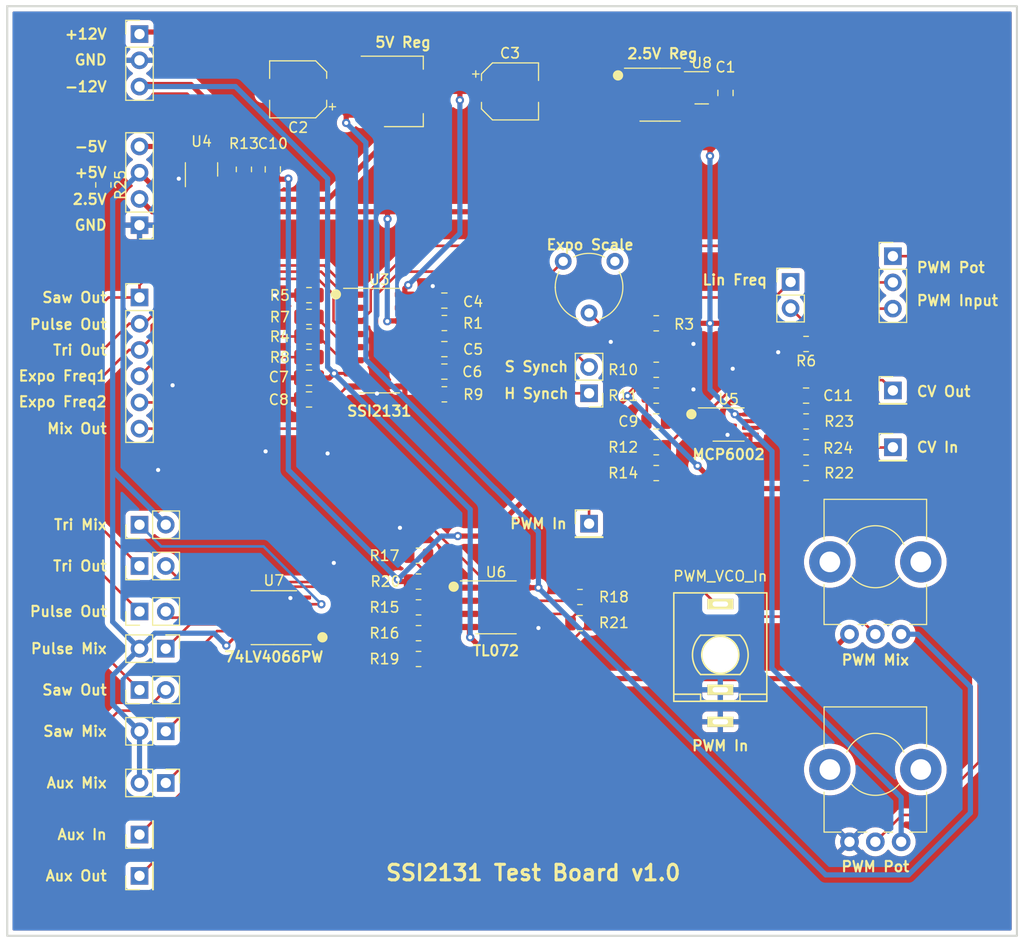
<source format=kicad_pcb>
(kicad_pcb (version 20221018) (generator pcbnew)
  (layers (0 "F.Cu" signal) (31 "B.Cu" signal) (34 "B.Paste" user) (35 "F.Paste" user) (36 "B.SilkS" user "B.Silkscreen") (37 "F.SilkS" user "F.Silkscreen") (38 "B.Mask" user) (39 "F.Mask" user) (44 "Edge.Cuts" user))
  (net 0 "")
  (net 1 "GND")
  (net 2 "+2V5")
  (net 3 "+12V")
  (net 4 "+5V")
  (net 5 "Net-(C4-Pad1)")
  (net 6 "Net-(C5-Pad1)")
  (net 7 "/SOFT_SYNCH")
  (net 8 "Net-(C6-Pad1)")
  (net 9 "/HARD_SYNCH")
  (net 10 "-12V")
  (net 11 "Net-(C8-Pad2)")
  (net 12 "Net-(C9-Pad1)")
  (net 13 "/SAW_OUT")
  (net 14 "/PULSE_OUT")
  (net 15 "/TRI_OUT")
  (net 16 "Net-(JP1-Pad2)")
  (net 17 "Net-(R1-Pad1)")
  (net 18 "Net-(R2-Pad1)")
  (net 19 "Net-(R2-Pad2)")
  (net 20 "/EXPO_FREQ1")
  (net 21 "Net-(R4-Pad2)")
  (net 22 "Net-(R5-Pad2)")
  (net 23 "/EXPO_FREQ2")
  (net 24 "-5V")
  (net 25 "Net-(J2-Pad3)")
  (net 26 "Net-(R14-Pad2)")
  (net 27 "/PWM_Ctrl")
  (net 28 "Net-(J5-Pad1)")
  (net 29 "Net-(J6-Pad1)")
  (net 30 "Net-(JP3-Pad1)")
  (net 31 "Net-(JP4-Pad2)")
  (net 32 "Net-(JP5-Pad1)")
  (net 33 "Net-(JP7-Pad1)")
  (net 34 "Net-(JP8-Pad2)")
  (net 35 "Net-(JP9-Pad1)")
  (net 36 "Net-(R15-Pad1)")
  (net 37 "/TRI_MIX")
  (net 38 "/PULSE_MIX")
  (net 39 "/MIX_1")
  (net 40 "Net-(R18-Pad2)")
  (net 41 "/SAW_MIX")
  (net 42 "Net-(C11-Pad2)")
  (net 43 "Net-(J10-Pad1)")
  (net 44 "/PWM_scaled_input")
  (net 45 "/PWM_pot")
  (net 46 "/LIN_FREQ")
  (net 47 "Net-(JP6-Pad2)")
  (net 48 "/MIX_OUT")
  (net 49 "Net-(C11-Pad1)")
  (footprint "Resistor_SMD:R_0805_2012Metric" (layer "F.Cu") (at 89.8 113.2 180)
    (fp_text reference "R19")
    (fp_text value "30k")
  )
  (footprint "Resistor_SMD:R_0805_2012Metric" (layer "F.Cu") (at 112.8 87.7 180)
    (fp_text reference "R11")
    (fp_text value "13k")
  )
  (footprint "Connector_PinHeader_2.54mm:PinHeader_1x02_P2.54mm_Vertical" (layer "F.Cu") (at 106.3 87.475 180)
    (fp_text reference "J3" hide)
    (fp_text value "Synch")
  )
  (footprint "Resistor_SMD:R_0805_2012Metric" (layer "F.Cu") (at 89.8 108.2 180)
    (fp_text reference "R15")
    (fp_text value "30k")
  )
  (footprint "Connector_PinHeader_2.54mm:PinHeader_1x06_P2.54mm_Vertical" (layer "F.Cu") (at 62.8 78.2)
    (fp_text reference "J1" hide)
    (fp_text value "IO")
  )
  (footprint "Connector_PinHeader_2.54mm:PinHeader_1x03_P2.54mm_Vertical" (layer "F.Cu") (at 135.7 74.2)
    (fp_text reference "JP2" hide)
    (fp_text value "PWM_Jumper")
  )
  (footprint "Package_TO_SOT_SMD:SOT-23" (layer "F.Cu") (at 117.2 57.9)
    (fp_text reference "U8")
    (fp_text value "LM4040DBZ-2.5")
  )
  (footprint "Resistor_SMD:R_0805_2012Metric" (layer "F.Cu") (at 89.8 110.7 180)
    (fp_text reference "R16")
    (fp_text value "30k")
  )
  (footprint "Custom_Footprints:Alpha_9mm_Potentiometer_Aligned" (layer "F.Cu") (at 134 103.3)
    (fp_text reference "RV2" hide)
    (fp_text value "10k")
  )
  (footprint "Resistor_SMD:R_0805_2012Metric" (layer "F.Cu") (at 79.2 77.975)
    (fp_text reference "R5")
    (fp_text value "4k3")
  )
  (footprint "Resistor_SMD:R_0805_2012Metric" (layer "F.Cu") (at 127.3 82.7 180)
    (fp_text reference "R6")
    (fp_text value "499k")
  )
  (footprint "Capacitor_SMD:C_0805_2012Metric" (layer "F.Cu") (at 119.5 58.4 -90)
    (fp_text reference "C1")
    (fp_text value "1nF")
  )
  (footprint "Resistor_SMD:R_0805_2012Metric" (layer "F.Cu") (at 59.3 67.3 -90)
    (fp_text reference "R25")
    (fp_text value "2.2k")
  )
  (footprint "Connector_PinHeader_2.54mm:PinHeader_1x03_P2.54mm_Vertical" (layer "F.Cu") (at 62.8 52.7)
    (fp_text reference "J7" hide)
    (fp_text value "Power_In")
  )
  (footprint "Connector_PinHeader_2.54mm:PinHeader_1x02_P2.54mm_Vertical" (layer "F.Cu") (at 65.34 120.2 -90)
    (fp_text reference "JP7" hide)
    (fp_text value "Saw_mix")
  )
  (footprint "Capacitor_SMD:C_0805_2012Metric" (layer "F.Cu") (at 79.2 88.075)
    (fp_text reference "C8")
    (fp_text value "3.9nF")
  )
  (footprint "Resistor_SMD:R_0805_2012Metric" (layer "F.Cu") (at 105.42 107.2)
    (fp_text reference "R18")
    (fp_text value "36k")
  )
  (footprint "Resistor_SMD:R_0805_2012Metric" (layer "F.Cu") (at 79.2 80.075)
    (fp_text reference "R7")
    (fp_text value "267")
  )
  (footprint "Connector_PinHeader_2.54mm:PinHeader_1x01_P2.54mm_Vertical" (layer "F.Cu") (at 62.8 134.2 90)
    (fp_text reference "J6" hide)
    (fp_text value "AUX_OUT")
  )
  (footprint "Resistor_SMD:R_0805_2012Metric" (layer "F.Cu") (at 89.8 105.7 180)
    (fp_text reference "R20")
    (fp_text value "120k")
  )
  (footprint "Resistor_SMD:R_0805_2012Metric" (layer "F.Cu") (at 89.8 103.2 180)
    (fp_text reference "R17")
    (fp_text value "120k")
  )
  (footprint "Resistor_SMD:R_0805_2012Metric" (layer "F.Cu") (at 79.2 83.975)
    (fp_text reference "R8")
    (fp_text value "49.9k")
  )
  (footprint "Capacitor_SMD:C_0805_2012Metric" (layer "F.Cu") (at 92.3 85.375)
    (fp_text reference "C6")
    (fp_text value "10nF")
  )
  (footprint "Resistor_SMD:R_0805_2012Metric" (layer "F.Cu") (at 92.3 80.675)
    (fp_text reference "R1")
    (fp_text value "267")
  )
  (footprint "Package_SO:MSOP-8_3x3mm_P0.65mm" (layer "F.Cu") (at 119.8 90.5)
    (fp_text reference "U5")
    (fp_text value "MCP6002-xSN")
  )
  (footprint "Resistor_SMD:R_0805_2012Metric" (layer "F.Cu") (at 72.9 65.8 -90)
    (fp_text reference "R13")
    (fp_text value "2.2k")
  )
  (footprint "Connector_PinHeader_2.54mm:PinHeader_1x01_P2.54mm_Vertical" (layer "F.Cu") (at 62.8 130.2 90)
    (fp_text reference "J5" hide)
    (fp_text value "AUX_IN")
  )
  (footprint "Connector_PinHeader_2.54mm:PinHeader_1x02_P2.54mm_Vertical" (layer "F.Cu") (at 65.34 112.2 -90)
    (fp_text reference "JP5" hide)
    (fp_text value "Pulse_mix")
  )
  (footprint "Resistor_SMD:R_0805_2012Metric" (layer "F.Cu") (at 112.8 85.2 180)
    (fp_text reference "R10")
    (fp_text value "47k")
  )
  (footprint "Package_SO:SOIC-16_3.9x9.9mm_P1.27mm" (layer "F.Cu") (at 86 82.375)
    (fp_text reference "U3")
    (fp_text value "SSI2131")
  )
  (footprint "Capacitor_SMD:C_0805_2012Metric" (layer "F.Cu") (at 112.8 90.2)
    (fp_text reference "C9")
    (fp_text value "1.5nF")
  )
  (footprint "Capacitor_SMD:C_0805_2012Metric" (layer "F.Cu") (at 127.3 87.7 180)
    (fp_text reference "C11")
    (fp_text value "1.5nF")
  )
  (footprint "Capacitor_SMD:C_0805_2012Metric" (layer "F.Cu") (at 75.7 65.8 90)
    (fp_text reference "C10")
    (fp_text value "100nF")
  )
  (footprint "Connector_PinHeader_2.54mm:PinHeader_1x02_P2.54mm_Vertical" (layer "F.Cu") (at 62.8 100.2 90)
    (fp_text reference "JP3" hide)
    (fp_text value "Tri_mix")
  )
  (footprint "Resistor_SMD:R_0805_2012Metric" (layer "F.Cu") (at 112.8 92.7 180)
    (fp_text reference "R12")
    (fp_text value "100k")
  )
  (footprint "Connector_PinHeader_2.54mm:PinHeader_1x02_P2.54mm_Vertical" (layer "F.Cu") (at 62.8 108.6 90)
    (fp_text reference "JP6" hide)
    (fp_text value "Pulse_jmp")
  )
  (footprint "Capacitor_SMD:CP_Elec_5x5.7" (layer "F.Cu") (at 78.15 58.05 180)
    (fp_text reference "C2")
    (fp_text value "10uF")
  )
  (footprint "Resistor_SMD:R_0805_2012Metric" (layer "F.Cu") (at 79.2 81.975)
    (fp_text reference "R4")
    (fp_text value "49.9k")
  )
  (footprint "Resistor_SMD:R_0805_2012Metric" (layer "F.Cu") (at 127.3 92.7)
    (fp_text reference "R24")
    (fp_text value "100k")
  )
  (footprint "Package_SO:TSSOP-14_4.4x5mm_P0.65mm" (layer "F.Cu") (at 75.8 109.2 180)
    (fp_text reference "U7")
    (fp_text value "4066")
  )
  (footprint "Resistor_SMD:R_0805_2012Metric" (layer "F.Cu") (at 112.8 95.2 180)
    (fp_text reference "R14")
    (fp_text value "120k")
  )
  (footprint "Potentiometer_THT:Potentiometer_Piher_PT-6-V_Vertical" (layer "F.Cu") (at 103.8 74.7 -90)
    (fp_text reference "R2" hide)
    (fp_text value "5k")
  )
  (footprint "Resistor_SMD:R_0805_2012Metric" (layer "F.Cu") (at 127.3 90.2)
    (fp_text reference "R23")
    (fp_text value "51k")
  )
  (footprint "Capacitor_SMD:C_0805_2012Metric" (layer "F.Cu") (at 92.3 83.2)
    (fp_text reference "C5")
    (fp_text value "10nF")
  )
  (footprint "Package_TO_SOT_SMD:SOT-23" (layer "F.Cu") (at 68.8 65.8 90)
    (fp_text reference "U4")
    (fp_text value "LM4040DBZ-5")
  )
  (footprint "Connector_PinHeader_2.54mm:PinHeader_1x02_P2.54mm_Vertical" (layer "F.Cu") (at 62.8 104.2 90)
    (fp_text reference "JP4" hide)
    (fp_text value "Tri_jmp")
  )
  (footprint "Connector_PinHeader_2.54mm:PinHeader_1x04_P2.54mm_Vertical" (layer "F.Cu") (at 62.8 71.2 180)
    (fp_text reference "J8" hide)
    (fp_text value "Power_In")
  )
  (footprint "Capacitor_SMD:C_0805_2012Metric" (layer "F.Cu") (at 92.3 78.5 180)
    (fp_text reference "C4")
    (fp_text value "10nF")
  )
  (footprint "Capacitor_SMD:CP_Elec_5x5.7" (layer "F.Cu") (at 98.65 58.25)
    (fp_text reference "C3")
    (fp_text value "10uF")
  )
  (footprint "Capacitor_SMD:C_0805_2012Metric" (layer "F.Cu") (at 79.2 85.975 180)
    (fp_text reference "C7")
    (fp_text value "100nF")
  )
  (footprint "Connector_PinHeader_2.54mm:PinHeader_1x02_P2.54mm_Vertical" (layer "F.Cu") (at 65.34 125.2 -90)
    (fp_text reference "JP9" hide)
    (fp_text value "Aux_mix")
  )
  (footprint "Resistor_SMD:R_0805_2012Metric" (layer "F.Cu") (at 112.8 80.7)
    (fp_text reference "R3")
    (fp_text value "22.1k")
  )
  (footprint "Resistor_SMD:R_0805_2012Metric" (layer "F.Cu") (at 127.3 95.2)
    (fp_text reference "R22")
    (fp_text value "75k")
  )
  (footprint "Connector_PinHeader_2.54mm:PinHeader_1x02_P2.54mm_Vertical" (layer "F.Cu") (at 62.8 116.2 90)
    (fp_text reference "JP8" hide)
    (fp_text value "Saw_jmp")
  )
  (footprint "Custom_Footprints:Alpha_9mm_Potentiometer_Aligned" (layer "F.Cu") (at 134 123.4)
    (fp_text reference "RV1" hide)
    (fp_text value "5k")
  )
  (footprint "Custom_Footprints:THONKICONN_hole" (layer "F.Cu") (at 119 112.8)
    (fp_text reference "J2" hide)
    (fp_text value "PWM_VCO_In")
  )
  (footprint "Package_SO:SOIC-8_3.9x4.9mm_P1.27mm" (layer "F.Cu") (at 113.175 58.565)
    (fp_text reference "U2" hide)
    (fp_text value "MCP1501-25xSN")
  )
  (footprint "Connector_PinHeader_2.54mm:PinHeader_1x02_P2.54mm_Vertical" (layer "F.Cu") (at 125.8 76.7)
    (fp_text reference "JP1" hide)
    (fp_text value "Freq_Jumper")
  )
  (footprint "Connector_PinHeader_2.54mm:PinHeader_1x01_P2.54mm_Vertical" (layer "F.Cu") (at 135.7 87.2)
    (fp_text reference "J11" hide)
    (fp_text value "CV_OUT")
  )
  (footprint "Connector_PinHeader_2.54mm:PinHeader_1x01_P2.54mm_Vertical" (layer "F.Cu") (at 106.3 100.1)
    (fp_text reference "J9" hide)
    (fp_text value "PWM_IN")
  )
  (footprint "Package_TO_SOT_SMD:SOT-223-3_TabPin2" (layer "F.Cu") (at 88.35 58.25)
    (fp_text reference "U1" hide)
    (fp_text value "AMS1117-5.0")
  )
  (footprint "Package_SO:SO-8_3.9x4.9mm_P1.27mm" (layer "F.Cu") (at 97.3 108.2)
    (fp_text reference "U6")
    (fp_text value "TL072")
  )
  (footprint "Resistor_SMD:R_0805_2012Metric" (layer "F.Cu") (at 92.3 87.575 180)
    (fp_text reference "R9")
    (fp_text value "10k")
  )
  (footprint "Connector_PinHeader_2.54mm:PinHeader_1x01_P2.54mm_Vertical" (layer "F.Cu") (at 135.7 92.7)
    (fp_text reference "J10" hide)
    (fp_text value "CV_IN")
  )
  (footprint "Resistor_SMD:R_0805_2012Metric" (layer "F.Cu") (at 105.42 109.735)
    (fp_text reference "R21")
    (fp_text value "18k")
  )
  (gr_circle (center 116.2 89.5) (end 116.6 89.5) (stroke (width 0.2)) (fill solid) (layer "F.SilkS"))
  (gr_circle (center 109.1 56.7) (end 109.5 56.7) (stroke (width 0.2)) (fill solid) (layer "F.SilkS"))
  (gr_circle (center 81.8 77.9) (end 82.2 77.9) (stroke (width 0.2)) (fill solid) (layer "F.SilkS"))
  (gr_circle (center 80.5 111.1) (end 80.9 111.1) (stroke (width 0.2)) (fill solid) (layer "F.SilkS"))
  (gr_circle (center 93.2 106.2) (end 93.6 106.2) (stroke (width 0.2)) (fill solid) (layer "F.SilkS"))
  (gr_rect locked (start 50 50) (end 147.7 140) (stroke (width 0.2)) (fill none) (layer "Edge.Cuts"))
  (gr_text "GND" (at 58.07619 71.2) (layer "F.SilkS") (effects (font (size 1 1) (thickness 0.2))))
  (gr_text "2.5V Reg" (at 113.4 54.6) (layer "F.SilkS") (effects (font (size 1 1) (thickness 0.2))))
  (gr_text "Aux In" (at 57.242857 130.2) (layer "F.SilkS") (effects (font (size 1 1) (thickness 0.2))))
  (gr_text "Expo Freq2" (at 55.361905 88.3) (layer "F.SilkS") (effects (font (size 1 1) (thickness 0.2))))
  (gr_text "74LV4066PW" (at 75.8 113) (layer "F.SilkS") (effects (font (size 1 1) (thickness 0.2))))
  (gr_text "Saw Mix" (at 56.552381 120.2) (layer "F.SilkS") (effects (font (size 1 1) (thickness 0.2))))
  (gr_text "+5V" (at 58.07619 66.1) (layer "F.SilkS") (effects (font (size 1 1) (thickness 0.2))))
  (gr_text "PWM Mix" (at 134 113.3) (layer "F.SilkS") (effects (font (size 1 1) (thickness 0.2))))
  (gr_text "Mix Out" (at 56.742857 90.9) (layer "F.SilkS") (effects (font (size 1 1) (thickness 0.2))))
  (gr_text "Aux Out" (at 56.671428 134.2) (layer "F.SilkS") (effects (font (size 1 1) (thickness 0.2))))
  (gr_text "Saw Out" (at 56.504762 78.2) (layer "F.SilkS") (effects (font (size 1 1) (thickness 0.2))))
  (gr_text "S Synch" (at 101.2 84.9) (layer "F.SilkS") (effects (font (size 1 1) (thickness 0.2))))
  (gr_text "Lin Freq" (at 120.4 76.5) (layer "F.SilkS") (effects (font (size 1 1) (thickness 0.2))))
  (gr_text "TL072" (at 97.3 112.4) (layer "F.SilkS") (effects (font (size 1 1) (thickness 0.2))))
  (gr_text "Pulse Mix" (at 55.957143 112.2) (layer "F.SilkS") (effects (font (size 1 1) (thickness 0.2))))
  (gr_text "H Synch" (at 101.2 87.5) (layer "F.SilkS") (effects (font (size 1 1) (thickness 0.2))))
  (gr_text "Pulse Out" (at 55.909524 80.8) (layer "F.SilkS") (effects (font (size 1 1) (thickness 0.2))))
  (gr_text "-12V" (at 57.6 57.8) (layer "F.SilkS") (effects (font (size 1 1) (thickness 0.2))))
  (gr_text "Aux Mix" (at 56.719047 125.2) (layer "F.SilkS") (effects (font (size 1 1) (thickness 0.2))))
  (gr_text "PWM Pot" (at 141.3 75.3) (layer "F.SilkS") (effects (font (size 1 1) (thickness 0.2))))
  (gr_text "Tri Out" (at 57.028571 83.3) (layer "F.SilkS") (effects (font (size 1 1) (thickness 0.2))))
  (gr_text "PWM Pot" (at 134 133.3) (layer "F.SilkS") (effects (font (size 1 1) (thickness 0.2))))
  (gr_text "SSI2131 Test Board v1.0" (at 100.9 133.9) (layer "F.SilkS") (effects (font (size 1.5 1.5) (thickness 0.3))))
  (gr_text "Tri Mix" (at 57.07619 100.2) (layer "F.SilkS") (effects (font (size 1 1) (thickness 0.2))))
  (gr_text "+12V" (at 57.6 52.7) (layer "F.SilkS") (effects (font (size 1 1) (thickness 0.2))))
  (gr_text "2.5V" (at 57.980952 68.7) (layer "F.SilkS") (effects (font (size 1 1) (thickness 0.2))))
  (gr_text "Expo Scale" (at 106.4 73.1) (layer "F.SilkS") (effects (font (size 1 1) (thickness 0.2))))
  (gr_text "GND" (at 58.07619 55.2) (layer "F.SilkS") (effects (font (size 1 1) (thickness 0.2))))
  (gr_text "CV In" (at 140.038095 92.7) (layer "F.SilkS") (effects (font (size 1 1) (thickness 0.2))))
  (gr_text "SSI2131" (at 86 89.2) (layer "F.SilkS") (effects (font (size 1 1) (thickness 0.2))))
  (gr_text "PWM Input" (at 141.942857 78.5) (layer "F.SilkS") (effects (font (size 1 1) (thickness 0.2))))
  (gr_text "PWM In" (at 119 121.6) (layer "F.SilkS") (effects (font (size 1 1) (thickness 0.2))))
  (gr_text "-5V" (at 58.07619 63.6) (layer "F.SilkS") (effects (font (size 1 1) (thickness 0.2))))
  (gr_text "Pulse Out" (at 55.909524 108.6) (layer "F.SilkS") (effects (font (size 1 1) (thickness 0.2))))
  (gr_text "PWM In" (at 101.4 100.1) (layer "F.SilkS") (effects (font (size 1 1) (thickness 0.2))))
  (gr_text "MCP6002" (at 119.8 93.4) (layer "F.SilkS") (effects (font (size 1 1) (thickness 0.2))))
  (gr_text "CV Out" (at 140.609523 87.3) (layer "F.SilkS") (effects (font (size 1 1) (thickness 0.2))))
  (gr_text "5V Reg" (at 88.3 53.5) (layer "F.SilkS") (effects (font (size 1 1) (thickness 0.2))))
  (gr_text "Saw Out" (at 56.504762 116.2) (layer "F.SilkS") (effects (font (size 1 1) (thickness 0.2))))
  (gr_text "Tri Out" (at 57.028571 104.2) (layer "F.SilkS") (effects (font (size 1 1) (thickness 0.2))))
  (gr_text "Expo Freq1" (at 55.361905 85.8) (layer "F.SilkS") (effects (font (size 1 1) (thickness 0.2))))
  (segment (start 78.6625 107.25) (end 77.45 107.25) (width 0.3) (layer "F.Cu") (net 1))
  (segment (start 77.45 107.25) (end 77.4 107.3) (width 0.3) (layer "F.Cu") (net 1))
  (via (at 116.4 87.1) (size 0.8) (drill 0.4) (layers "F.Cu" "B.Cu") (net 1))
  (via (at 88 100.5) (size 0.8) (drill 0.4) (layers "F.Cu" "B.Cu") (net 1))
  (via (at 81 93.3) (size 0.8) (drill 0.4) (layers "F.Cu" "B.Cu") (net 1))
  (via (at 119.7 91.5) (size 0.8) (drill 0.4) (layers "F.Cu" "B.Cu") (net 1))
  (via (at 108.4 82.5) (size 0.8) (drill 0.4) (layers "F.Cu" "B.Cu") (net 1))
  (via (at 124.6 83.5) (size 0.8) (drill 0.4) (layers "F.Cu" "B.Cu") (net 1))
  (via (at 75 93.1) (size 0.8) (drill 0.4) (layers "F.Cu" "B.Cu") (net 1))
  (via (at 66 86.7) (size 0.8) (drill 0.4) (layers "F.Cu" "B.Cu") (net 1))
  (via (at 66.6 66.7) (size 0.8) (drill 0.4) (layers "F.Cu" "B.Cu") (net 1))
  (via (at 77.4 107.3) (size 0.8) (drill 0.4) (layers "F.Cu" "B.Cu") (net 1))
  (via (at 64.6 94.9) (size 0.8) (drill 0.4) (layers "F.Cu" "B.Cu") (net 1))
  (via (at 75.9 78) (size 0.8) (drill 0.4) (layers "F.Cu" "B.Cu") (net 1))
  (via (at 101.4 110.2) (size 0.8) (drill 0.4) (layers "F.Cu" "B.Cu") (net 1))
  (via (at 81.6 103.9) (size 0.8) (drill 0.4) (layers "F.Cu" "B.Cu") (net 1))
  (via (at 85.775 87.5) (size 0.8) (drill 0.4) (layers "F.Cu" "B.Cu") (net 1))
  (via (at 120.2 85.1) (size 0.8) (drill 0.4) (layers "F.Cu" "B.Cu") (net 1))
  (via (at 116.4 82.7) (size 0.8) (drill 0.4) (layers "F.Cu" "B.Cu") (net 1))
  (via (at 91.175 77.1) (size 0.8) (drill 0.4) (layers "F.Cu" "B.Cu") (net 1))
  (segment (start 119.5 62.5) (end 119.5 59.35) (width 0.5) (layer "F.Cu") (net 2))
  (segment (start 118 80.7) (end 124.3875 80.7) (width 0.5) (layer "F.Cu") (net 2))
  (segment (start 86.805 80.47) (end 86.775 80.5) (width 0.5) (layer "F.Cu") (net 2))
  (segment (start 118 64) (end 118 64.5) (width 0.5) (layer "F.Cu") (net 2))
  (segment (start 116.21 56.66) (end 117.975 58.425) (width 0.5) (layer "F.Cu") (net 2))
  (segment (start 113.7125 80.7) (end 118 80.7) (width 0.5) (layer "F.Cu") (net 2))
  (segment (start 118.3 63.7) (end 118 64) (width 0.5) (layer "F.Cu") (net 2))
  (segment (start 121.9125 89.525) (end 120.425 89.525) (width 0.3) (layer "F.Cu") (net 2))
  (segment (start 64.04 69.9) (end 97.5 69.9) (width 0.5) (layer "F.Cu") (net 2))
  (segment (start 115.65 56.66) (end 116.21 56.66) (width 0.5) (layer "F.Cu") (net 2))
  (segment (start 86.8 70.5) (end 86.8 70) (width 0.5) (layer "F.Cu") (net 2))
  (segment (start 103.7 63.7) (end 118.3 63.7) (width 0.5) (layer "F.Cu") (net 2))
  (segment (start 124.3875 80.7) (end 126.3875 82.7) (width 0.5) (layer "F.Cu") (net 2))
  (segment (start 117.48 57.93) (end 117.975 58.425) (width 0.5) (layer "F.Cu") (net 2))
  (segment (start 115.65 57.93) (end 117.48 57.93) (width 0.5) (layer "F.Cu") (net 2))
  (segment (start 120.425 89.525) (end 120.4 89.5) (width 0.5) (layer "F.Cu") (net 2))
  (segment (start 118.3 63.7) (end 119.5 62.5) (width 0.5) (layer "F.Cu") (net 2))
  (segment (start 97.5 69.9) (end 103.7 63.7) (width 0.5) (layer "F.Cu") (net 2))
  (segment (start 62.8 68.66) (end 64.04 69.9) (width 0.5) (layer "F.Cu") (net 2))
  (segment (start 117.975 58.425) (end 118.9 59.35) (width 0.5) (layer "F.Cu") (net 2))
  (segment (start 118.9 59.35) (end 119.5 59.35) (width 0.5) (layer "F.Cu") (net 2))
  (segment (start 88.475 80.47) (end 86.805 80.47) (width 0.5) (layer "F.Cu") (net 2))
  (via (at 118 64.5) (size 0.8) (drill 0.4) (layers "F.Cu" "B.Cu") (net 2))
  (via (at 86.8 70.6) (size 0.8) (drill 0.4) (layers "F.Cu" "B.Cu") (net 2))
  (via (at 120.4 89.5) (size 0.8) (drill 0.4) (layers "F.Cu" "B.Cu") (net 2))
  (via (at 118 80.7) (size 0.8) (drill 0.4) (layers "F.Cu" "B.Cu") (net 2))
  (via (at 86.775 80.5) (size 0.8) (drill 0.4) (layers "F.Cu" "B.Cu") (net 2))
  (segment (start 124 114.1) (end 136.5 126.6) (width 0.5) (layer "B.Cu") (net 2))
  (segment (start 118 80.7) (end 118 87.1) (width 0.5) (layer "B.Cu") (net 2))
  (segment (start 136.5 126.6) (end 136.5 130.9) (width 0.5) (layer "B.Cu") (net 2))
  (segment (start 86.775 80.5) (end 86.775 70.5) (width 0.5) (layer "B.Cu") (net 2))
  (segment (start 124 93.1) (end 124 114.1) (width 0.5) (layer "B.Cu") (net 2))
  (segment (start 120.4 89.5) (end 124 93.1) (width 0.5) (layer "B.Cu") (net 2))
  (segment (start 118 64.5) (end 118 80.7) (width 0.5) (layer "B.Cu") (net 2))
  (segment (start 118 87.1) (end 120.4 89.5) (width 0.5) (layer "B.Cu") (net 2))
  (segment (start 82.85 60.55) (end 85.2 60.55) (width 0.5) (layer "F.Cu") (net 3))
  (segment (start 82.8 60.6) (end 82.85 60.55) (width 0.5) (layer "F.Cu") (net 3))
  (segment (start 99.875 106.295) (end 101.395 106.295) (width 0.5) (layer "F.Cu") (net 3))
  (segment (start 101.395 106.295) (end 101.4 106.3) (width 0.5) (layer "F.Cu") (net 3))
  (segment (start 82.8 61.3) (end 82.8 60.6) (width 0.5) (layer "F.Cu") (net 3))
  (segment (start 80.35 58.05) (end 82.85 60.55) (width 0.5) (layer "F.Cu") (net 3))
  (segment (start 63 52.5) (end 74.8 52.5) (width 0.5) (layer "F.Cu") (net 3))
  (segment (start 74.8 52.5) (end 80.35 58.05) (width 0.5) (layer "F.Cu") (net 3))
  (segment (start 62.8 52.7) (end 63 52.5) (width 0.5) (layer "F.Cu") (net 3))
  (via (at 82.8 61.3) (size 0.8) (drill 0.4) (layers "F.Cu" "B.Cu") (net 3))
  (via (at 101.4 106.3) (size 0.8) (drill 0.4) (layers "F.Cu" "B.Cu") (net 3))
  (segment (start 129.2 134.1) (end 101.4 106.3) (width 0.5) (layer "B.Cu") (net 3))
  (segment (start 84.7 84.225) (end 84.7 63.2) (width 0.5) (layer "B.Cu") (net 3))
  (segment (start 138.1 110.8) (end 143.2 115.9) (width 0.5) (layer "B.Cu") (net 3))
  (segment (start 143.2 115.9) (end 143.2 128.1) (width 0.5) (layer "B.Cu") (net 3))
  (segment (start 97.175 96.7) (end 84.7 84.225) (width 0.5) (layer "B.Cu") (net 3))
  (segment (start 137.2 134.1) (end 129.2 134.1) (width 0.5) (layer "B.Cu") (net 3))
  (segment (start 136.5 110.8) (end 138.1 110.8) (width 0.5) (layer "B.Cu") (net 3))
  (segment (start 101.4 106.3) (end 101.4 100.9) (width 0.5) (layer "B.Cu") (net 3))
  (segment (start 101.4 100.9) (end 97.2 96.7) (width 0.5) (layer "B.Cu") (net 3))
  (segment (start 84.7 63.2) (end 82.8 61.3) (width 0.5) (layer "B.Cu") (net 3))
  (segment (start 143.2 128.1) (end 137.2 134.1) (width 0.5) (layer "B.Cu") (net 3))
  (segment (start 109.1 59.2) (end 110.7 59.2) (width 0.5) (layer "F.Cu") (net 4))
  (segment (start 96.45 58.25) (end 98.04 56.66) (width 0.5) (layer "F.Cu") (net 4))
  (segment (start 91.5 58.25) (end 93.75 58.25) (width 0.5) (layer "F.Cu") (net 4))
  (segment (start 62.8 66.12) (end 65.38 68.7) (width 0.5) (layer "F.Cu") (net 4))
  (segment (start 110.7 56.66) (end 106.56 56.66) (width 0.5) (layer "F.Cu") (net 4))
  (segment (start 85.2 58.25) (end 91.5 58.25) (width 0.5) (layer "F.Cu") (net 4))
  (segment (start 88.475 77.93) (end 88.475 77.325) (width 0.5) (layer "F.Cu") (net 4))
  (segment (start 106.56 56.66) (end 109.1 59.2) (width 0.5) (layer "F.Cu") (net 4))
  (segment (start 71.95 111.15) (end 71.2 111.9) (width 0.3) (layer "F.Cu") (net 4))
  (segment (start 72.9375 111.15) (end 71.95 111.15) (width 0.3) (layer "F.Cu") (net 4))
  (segment (start 93.75 58.25) (end 96.45 58.25) (width 0.5) (layer "F.Cu") (net 4))
  (segment (start 93.8 59.1) (end 93.8 58.3) (width 0.5) (layer "F.Cu") (net 4))
  (segment (start 65.38 68.7) (end 81.05 68.7) (width 0.5) (layer "F.Cu") (net 4))
  (segment (start 81.05 68.7) (end 91.5 58.25) (width 0.5) (layer "F.Cu") (net 4))
  (segment (start 88.475 77.325) (end 88.8 77) (width 0.5) (layer "F.Cu") (net 4))
  (segment (start 93.8 58.3) (end 93.75 58.25) (width 0.5) (layer "F.Cu") (net 4))
  (segment (start 98.04 56.66) (end 110.7 56.66) (width 0.5) (layer "F.Cu") (net 4))
  (via (at 71.2 111.9) (size 0.8) (drill 0.4) (layers "F.Cu" "B.Cu") (net 4))
  (via (at 88.8 77) (size 0.8) (drill 0.4) (layers "F.Cu" "B.Cu") (net 4))
  (via (at 93.8 59.1) (size 0.8) (drill 0.4) (layers "F.Cu" "B.Cu") (net 4))
  (segment (start 60.2 114.8) (end 62.8 112.2) (width 0.5) (layer "B.Cu") (net 4))
  (segment (start 64.3 110.7) (end 62.8 112.2) (width 0.5) (layer "B.Cu") (net 4))
  (segment (start 62.8 125.2) (end 62.8 120.2) (width 0.5) (layer "B.Cu") (net 4))
  (segment (start 65.34 100.2) (end 65.34 100.14) (width 0.5) (layer "B.Cu") (net 4))
  (segment (start 62.8 120.2) (end 60.2 117.6) (width 0.5) (layer "B.Cu") (net 4))
  (segment (start 71.2 111.9) (end 70 110.7) (width 0.5) (layer "B.Cu") (net 4))
  (segment (start 60.2 109.6) (end 60.2 94.7) (width 0.5) (layer "B.Cu") (net 4))
  (segment (start 93.8 72) (end 93.8 59.1) (width 0.5) (layer "B.Cu") (net 4))
  (segment (start 60.2 95) (end 60.2 68.72) (width 0.5) (layer "B.Cu") (net 4))
  (segment (start 60.2 68.72) (end 62.8 66.12) (width 0.5) (layer "B.Cu") (net 4))
  (segment (start 62.8 112.2) (end 60.2 109.6) (width 0.5) (layer "B.Cu") (net 4))
  (segment (start 70 110.7) (end 64.3 110.7) (width 0.5) (layer "B.Cu") (net 4))
  (segment (start 60.2 117.6) (end 60.2 114.8) (width 0.5) (layer "B.Cu") (net 4))
  (segment (start 65.34 100.14) (end 60.2 95) (width 0.5) (layer "B.Cu") (net 4))
  (segment (start 88.8 77) (end 93.8 72) (width 0.5) (layer "B.Cu") (net 4))
  (segment (start 93.2125 78.5375) (end 93.2125 80.675) (width 0.25) (layer "F.Cu") (net 5))
  (segment (start 93.25 78.5) (end 93.2125 78.5375) (width 0.25) (layer "F.Cu") (net 5))
  (segment (start 91.35 83.2) (end 90.27 84.28) (width 0.25) (layer "F.Cu") (net 6))
  (segment (start 90.27 84.28) (end 88.475 84.28) (width 0.25) (layer "F.Cu") (net 6))
  (segment (start 93.25 83.2) (end 93.275 83.175) (width 0.25) (layer "F.Cu") (net 7))
  (segment (start 93.275 83.175) (end 104.54 83.175) (width 0.25) (layer "F.Cu") (net 7))
  (segment (start 104.54 83.175) (end 106.3 84.935) (width 0.25) (layer "F.Cu") (net 7))
  (segment (start 88.65 85.375) (end 91.35 85.375) (width 0.25) (layer "F.Cu") (net 8))
  (segment (start 91.3875 85.4125) (end 91.35 85.375) (width 0.25) (layer "F.Cu") (net 8))
  (segment (start 91.3875 87.575) (end 91.3875 85.4125) (width 0.25) (layer "F.Cu") (net 8))
  (segment (start 88.475 85.55) (end 88.65 85.375) (width 0.25) (layer "F.Cu") (net 8))
  (segment (start 93.25 85.375) (end 95.35 87.475) (width 0.25) (layer "F.Cu") (net 9))
  (segment (start 95.35 87.475) (end 106.3 87.475) (width 0.25) (layer "F.Cu") (net 9))
  (segment (start 67.78 57.58) (end 72.9 62.7) (width 0.5) (layer "F.Cu") (net 10))
  (segment (start 94.725 110.105) (end 94.725 111.025) (width 0.5) (layer "F.Cu") (net 10))
  (segment (start 127.1 115.1) (end 131.4 110.8) (width 0.5) (layer "F.Cu") (net 10))
  (segment (start 81.625 85.55) (end 81.175 86) (width 0.5) (layer "F.Cu") (net 10))
  (segment (start 98.8 115.1) (end 127.1 115.1) (width 0.5) (layer "F.Cu") (net 10))
  (segment (start 81.175 86) (end 80.2 86) (width 0.5) (layer "F.Cu") (net 10))
  (segment (start 131.4 110.8) (end 131.5 110.8) (width 0.5) (layer "F.Cu") (net 10))
  (segment (start 94.725 111.025) (end 94.8 111.1) (width 0.5) (layer "F.Cu") (net 10))
  (segment (start 63 57.58) (end 67.78 57.58) (width 0.5) (layer "F.Cu") (net 10))
  (segment (start 94.8 111.1) (end 98.8 115.1) (width 0.5) (layer "F.Cu") (net 10))
  (segment (start 62.8 57.78) (end 63 57.58) (width 0.5) (layer "F.Cu") (net 10))
  (segment (start 81.625 85.55) (end 83.525 85.55) (width 0.3) (layer "F.Cu") (net 10))
  (segment (start 72.9 62.7) (end 72.9 64.8875) (width 0.5) (layer "F.Cu") (net 10))
  (via (at 81.625 85.55) (size 0.8) (drill 0.4) (layers "F.Cu" "B.Cu") (net 10))
  (via (at 94.8 111.1) (size 0.8) (drill 0.4) (layers "F.Cu" "B.Cu") (net 10))
  (segment (start 94.8 98.725) (end 94.8 111.1) (width 0.5) (layer "B.Cu") (net 10))
  (segment (start 81 84.925) (end 81.625 85.55) (width 0.5) (layer "B.Cu") (net 10))
  (segment (start 81 66.7) (end 81 84.925) (width 0.5) (layer "B.Cu") (net 10))
  (segment (start 72.08 57.78) (end 81 66.7) (width 0.5) (layer "B.Cu") (net 10))
  (segment (start 62.8 57.78) (end 72.08 57.78) (width 0.5) (layer "B.Cu") (net 10))
  (segment (start 81.625 85.55) (end 94.8 98.725) (width 0.5) (layer "B.Cu") (net 10))
  (segment (start 81.625 88.075) (end 82.88 86.82) (width 0.25) (layer "F.Cu") (net 11))
  (segment (start 82.88 86.82) (end 83.525 86.82) (width 0.25) (layer "F.Cu") (net 11))
  (segment (start 80.15 88.075) (end 81.625 88.075) (width 0.25) (layer "F.Cu") (net 11))
  (segment (start 111.85 90.8375) (end 113.7125 92.7) (width 0.25) (layer "F.Cu") (net 12))
  (segment (start 111.8875 89.9625) (end 111.85 90) (width 0.25) (layer "F.Cu") (net 12))
  (segment (start 116.2375 90.175) (end 117.5875 90.175) (width 0.25) (layer "F.Cu") (net 12))
  (segment (start 113.7125 85.2) (end 113.7125 85.5875) (width 0.25) (layer "F.Cu") (net 12))
  (segment (start 111.8875 87.8) (end 111.8875 89.9625) (width 0.25) (layer "F.Cu") (net 12))
  (segment (start 111.85 90.2) (end 111.85 90.8375) (width 0.25) (layer "F.Cu") (net 12))
  (segment (start 113.7125 95.2) (end 113.7125 92.2) (width 0.25) (layer "F.Cu") (net 12))
  (segment (start 113.7125 85.5875) (end 111.8875 87.4125) (width 0.25) (layer "F.Cu") (net 12))
  (segment (start 113.7125 92.7) (end 116.2375 90.175) (width 0.25) (layer "F.Cu") (net 12))
  (segment (start 111.8875 87.4125) (end 111.8875 87.7) (width 0.25) (layer "F.Cu") (net 12))
  (segment (start 64.7 75.1) (end 80.695 75.1) (width 0.25) (layer "F.Cu") (net 13))
  (segment (start 56.8 81.2) (end 56.8 110.2) (width 0.25) (layer "F.Cu") (net 13))
  (segment (start 83.525 77.93) (end 80.695 75.1) (width 0.25) (layer "F.Cu") (net 13))
  (segment (start 56.8 110.2) (end 62.8 116.2) (width 0.25) (layer "F.Cu") (net 13))
  (segment (start 62.8 78.2) (end 59.8 78.2) (width 0.25) (layer "F.Cu") (net 13))
  (segment (start 64.7 75.1) (end 62.8 77) (width 0.25) (layer "F.Cu") (net 13))
  (segment (start 62.8 77) (end 62.8 78.2) (width 0.25) (layer "F.Cu") (net 13))
  (segment (start 59.8 78.2) (end 56.8 81.2) (width 0.25) (layer "F.Cu") (net 13))
  (segment (start 61.8 80.74) (end 57.8 84.74) (width 0.25) (layer "F.Cu") (net 14))
  (segment (start 80.375 75.7) (end 68.3 75.7) (width 0.25) (layer "F.Cu") (net 14))
  (segment (start 62.8 80.74) (end 61.8 80.74) (width 0.25) (layer "F.Cu") (net 14))
  (segment (start 57.8 84.74) (end 57.8 103.6) (width 0.25) (layer "F.Cu") (net 14))
  (segment (start 82.1 78.4) (end 82.1 77.425) (width 0.25) (layer "F.Cu") (net 14))
  (segment (start 83.525 79.2) (end 82.9 79.2) (width 0.25) (layer "F.Cu") (net 14))
  (segment (start 82.1 77.425) (end 80.375 75.7) (width 0.25) (layer "F.Cu") (net 14))
  (segment (start 68.3 75.7) (end 63.26 80.74) (width 0.25) (layer "F.Cu") (net 14))
  (segment (start 57.8 103.6) (end 62.8 108.6) (width 0.25) (layer "F.Cu") (net 14))
  (segment (start 63.26 80.74) (end 62.8 80.74) (width 0.25) (layer "F.Cu") (net 14))
  (segment (start 82.9 79.2) (end 82.1 78.4) (width 0.25) (layer "F.Cu") (net 14))
  (segment (start 68.48 76.4) (end 63.975 80.905) (width 0.25) (layer "F.Cu") (net 15))
  (segment (start 63.975 80.905) (end 63.975 82.105) (width 0.25) (layer "F.Cu") (net 15))
  (segment (start 81.575 77.911827) (end 80.063173 76.4) (width 0.25) (layer "F.Cu") (net 15))
  (segment (start 83.525 81.74) (end 82.84 81.74) (width 0.25) (layer "F.Cu") (net 15))
  (segment (start 63.975 82.105) (end 62.8 83.28) (width 0.25) (layer "F.Cu") (net 15))
  (segment (start 62.8 104.2) (end 58.8 100.2) (width 0.25) (layer "F.Cu") (net 15))
  (segment (start 58.8 100.2) (end 58.8 86.28) (width 0.25) (layer "F.Cu") (net 15))
  (segment (start 58.8 86.28) (end 61.8 83.28) (width 0.25) (layer "F.Cu") (net 15))
  (segment (start 82.84 81.74) (end 81.575 80.475) (width 0.25) (layer "F.Cu") (net 15))
  (segment (start 80.063173 76.4) (end 68.48 76.4) (width 0.25) (layer "F.Cu") (net 15))
  (segment (start 81.575 80.475) (end 81.575 77.911827) (width 0.25) (layer "F.Cu") (net 15))
  (segment (start 61.8 83.28) (end 62.8 83.28) (width 0.25) (layer "F.Cu") (net 15))
  (segment (start 128.2125 81.6525) (end 125.8 79.24) (width 0.25) (layer "F.Cu") (net 16))
  (segment (start 128.2125 82.7) (end 128.2125 81.6525) (width 0.25) (layer "F.Cu") (net 16))
  (segment (start 89.9125 79.2) (end 88.475 79.2) (width 0.25) (layer "F.Cu") (net 17))
  (segment (start 91.3875 80.675) (end 89.9125 79.2) (width 0.25) (layer "F.Cu") (net 17))
  (segment (start 102.8 75.7) (end 103.8 74.7) (width 0.25) (layer "F.Cu") (net 18))
  (segment (start 88.475 81.74) (end 86.515 81.74) (width 0.25) (layer "F.Cu") (net 18))
  (segment (start 87.970812 75.7) (end 102.8 75.7) (width 0.25) (layer "F.Cu") (net 18))
  (segment (start 85.775 81) (end 85.775 77.895812) (width 0.25) (layer "F.Cu") (net 18))
  (segment (start 85.775 77.895812) (end 87.970812 75.7) (width 0.25) (layer "F.Cu") (net 18))
  (segment (start 86.515 81.74) (end 85.775 81) (width 0.25) (layer "F.Cu") (net 18))
  (segment (start 107.3 80.7) (end 111.8875 80.7) (width 0.25) (layer "F.Cu") (net 19))
  (segment (start 106.3 79.7) (end 107.3 80.7) (width 0.25) (layer "F.Cu") (net 19))
  (segment (start 66.645 81.975) (end 62.8 85.82) (width 0.25) (layer "F.Cu") (net 20))
  (segment (start 66.645 81.975) (end 78.2875 81.975) (width 0.25) (layer "F.Cu") (net 20))
  (segment (start 80.1125 81.9) (end 78.2875 80.075) (width 0.25) (layer "F.Cu") (net 21))
  (segment (start 80.1125 83.975) (end 80.1125 81.975) (width 0.25) (layer "F.Cu") (net 21))
  (segment (start 82.4175 84.28) (end 83.525 84.28) (width 0.25) (layer "F.Cu") (net 21))
  (segment (start 80.1125 81.975) (end 82.4175 84.28) (width 0.25) (layer "F.Cu") (net 21))
  (segment (start 80.1125 81.975) (end 80.1125 81.9) (width 0.25) (layer "F.Cu") (net 21))
  (segment (start 80.1125 80.3125) (end 80.1125 80.075) (width 0.25) (layer "F.Cu") (net 22))
  (segment (start 80.1125 77.975) (end 80.1125 80.075) (width 0.25) (layer "F.Cu") (net 22))
  (segment (start 83.525 83.01) (end 82.81 83.01) (width 0.25) (layer "F.Cu") (net 22))
  (segment (start 82.81 83.01) (end 80.1125 80.3125) (width 0.25) (layer "F.Cu") (net 22))
  (segment (start 62.8 88.36) (end 71.14 88.36) (width 0.25) (layer "F.Cu") (net 23))
  (segment (start 71.14 88.36) (end 75.525 83.975) (width 0.25) (layer "F.Cu") (net 23))
  (segment (start 75.525 83.975) (end 78.2875 83.975) (width 0.25) (layer "F.Cu") (net 23))
  (segment (start 110.02786 87.72786) (end 110.02786 87.77214) (width 0.5) (layer "F.Cu") (net 24))
  (segment (start 96.5 101.3) (end 93.6 101.3) (width 0.5) (layer "F.Cu") (net 24))
  (segment (start 111.8875 85.86822) (end 110.02786 87.72786) (width 0.5) (layer "F.Cu") (net 24))
  (segment (start 72.875 66.7375) (end 72.9 66.7125) (width 0.5) (layer "F.Cu") (net 24))
  (segment (start 72.9375 66.75) (end 72.9 66.7125) (width 0.5) (layer "F.Cu") (net 24))
  (segment (start 110.02786 87.77214) (end 96.5 101.3) (width 0.5) (layer "F.Cu") (net 24))
  (segment (start 75.7 66.75) (end 72.9375 66.75) (width 0.5) (layer "F.Cu") (net 24))
  (segment (start 70.48 63.58) (end 71.1 64.2) (width 0.5) (layer "F.Cu") (net 24))
  (segment (start 128.2125 95.2) (end 126.7125 96.7) (width 0.5) (layer "F.Cu") (net 24))
  (segment (start 62.8 63.58) (end 70.48 63.58) (width 0.5) (layer "F.Cu") (net 24))
  (segment (start 119 96.7) (end 116.8 94.5) (width 0.5) (layer "F.Cu") (net 24))
  (segment (start 77.15 66.75) (end 77.2 66.7) (width 0.5) (layer "F.Cu") (net 24))
  (segment (start 69.75 66.7375) (end 72.875 66.7375) (width 0.5) (layer "F.Cu") (net 24))
  (segment (start 111.8875 85.2) (end 111.8875 85.86822) (width 0.5) (layer "F.Cu") (net 24))
  (segment (start 126.7125 96.7) (end 119 96.7) (width 0.5) (layer "F.Cu") (net 24))
  (segment (start 88 105.7) (end 87.8 105.5) (width 0.5) (layer "F.Cu") (net 24))
  (segment (start 75.7 66.75) (end 77.15 66.75) (width 0.5) (layer "F.Cu") (net 24))
  (segment (start 88.8875 105.7) (end 88 105.7) (width 0.5) (layer "F.Cu") (net 24))
  (segment (start 71.1 64.2) (end 71.1 66.7) (width 0.5) (layer "F.Cu") (net 24))
  (via (at 93.6 101.3) (size 0.8) (drill 0.4) (layers "F.Cu" "B.Cu") (net 24))
  (via (at 116.8 94.5) (size 0.8) (drill 0.4) (layers "F.Cu" "B.Cu") (net 24))
  (via (at 110.02786 87.72786) (size 0.8) (drill 0.4) (layers "F.Cu" "B.Cu") (net 24))
  (via (at 87.8 105.5) (size 0.8) (drill 0.4) (layers "F.Cu" "B.Cu") (net 24))
  (via (at 77.2 66.7) (size 0.8) (drill 0.4) (layers "F.Cu" "B.Cu") (net 24))
  (segment (start 92 101.3) (end 93.6 101.3) (width 0.5) (layer "B.Cu") (net 24))
  (segment (start 77.2 94.9) (end 87.8 105.5) (width 0.5) (layer "B.Cu") (net 24))
  (segment (start 116.8 94.5) (end 110.02786 87.72786) (width 0.5) (layer "B.Cu") (net 24))
  (segment (start 87.8 105.5) (end 92 101.3) (width 0.5) (layer "B.Cu") (net 24))
  (segment (start 77.2 66.7) (end 77.2 94.9) (width 0.5) (layer "B.Cu") (net 24))
  (segment (start 111.8875 92.7) (end 106.3 98.2875) (width 0.25) (layer "F.Cu") (net 25))
  (segment (start 111.8875 92.7) (end 112.8 93.6125) (width 0.25) (layer "F.Cu") (net 25))
  (segment (start 112.8 93.6125) (end 112.8 102.1) (width 0.25) (layer "F.Cu") (net 25))
  (segment (start 118.58 107.88) (end 119 107.88) (width 0.25) (layer "F.Cu") (net 25))
  (segment (start 106.3 98.2875) (end 106.3 100.1) (width 0.25) (layer "F.Cu") (net 25))
  (segment (start 112.8 102.1) (end 118.58 107.88) (width 0.25) (layer "F.Cu") (net 25))
  (segment (start 111.8875 95.2) (end 111.8875 105.5875) (width 0.25) (layer "F.Cu") (net 26))
  (segment (start 132.3 109.1) (end 134 110.8) (width 0.25) (layer "F.Cu") (net 26))
  (segment (start 115.4 109.1) (end 132.3 109.1) (width 0.25) (layer "F.Cu") (net 26))
  (segment (start 111.8875 105.5875) (end 115.4 109.1) (width 0.25) (layer "F.Cu") (net 26))
  (segment (start 83.525 80.47) (end 84.23 80.47) (width 0.25) (layer "F.Cu") (net 27))
  (segment (start 130.26 73.2) (end 133.8 76.74) (width 0.25) (layer "F.Cu") (net 27))
  (segment (start 84.23 80.47) (end 85.175 79.525) (width 0.25) (layer "F.Cu") (net 27))
  (segment (start 89.43931 73.2) (end 130.26 73.2) (width 0.25) (layer "F.Cu") (net 27))
  (segment (start 85.175 77.46431) (end 89.43931 73.2) (width 0.25) (layer "F.Cu") (net 27))
  (segment (start 85.175 79.525) (end 85.175 77.46431) (width 0.25) (layer "F.Cu") (net 27))
  (segment (start 133.8 76.74) (end 135.7 76.74) (width 0.25) (layer "F.Cu") (net 27))
  (segment (start 78.6625 109.2) (end 77.6 109.2) (width 0.25) (layer "F.Cu") (net 28))
  (segment (start 71.3 121.7) (end 62.8 130.2) (width 0.25) (layer "F.Cu") (net 28))
  (segment (start 77.6 109.2) (end 71.3 115.5) (width 0.25) (layer "F.Cu") (net 28))
  (segment (start 71.3 115.5) (end 71.3 121.7) (width 0.25) (layer "F.Cu") (net 28))
  (segment (start 78.6625 109.85) (end 77.85 109.85) (width 0.25) (layer "F.Cu") (net 29))
  (segment (start 72.8 114.9) (end 72.8 124.2) (width 0.25) (layer "F.Cu") (net 29))
  (segment (start 77.85 109.85) (end 72.8 114.9) (width 0.25) (layer "F.Cu") (net 29))
  (segment (start 72.8 124.2) (end 62.8 134.2) (width 0.25) (layer "F.Cu") (net 29))
  (segment (start 78.6625 107.9) (end 80.4 107.9) (width 0.25) (layer "F.Cu") (net 30))
  (via (at 80.4 107.9) (size 0.8) (drill 0.4) (layers "F.Cu" "B.Cu") (net 30))
  (segment (start 74.8 102.3) (end 64.9 102.3) (width 0.25) (layer "B.Cu") (net 30))
  (segment (start 80.4 107.9) (end 74.8 102.3) (width 0.25) (layer "B.Cu") (net 30))
  (segment (start 64.9 102.3) (end 62.8 100.2) (width 0.25) (layer "B.Cu") (net 30))
  (segment (start 65.34 104.2) (end 68.39 107.25) (width 0.25) (layer "F.Cu") (net 31))
  (segment (start 68.39 107.25) (end 72.9375 107.25) (width 0.25) (layer "F.Cu") (net 31))
  (segment (start 67.69 109.85) (end 65.34 112.2) (width 0.25) (layer "F.Cu") (net 32))
  (segment (start 72.9375 109.85) (end 67.69 109.85) (width 0.25) (layer "F.Cu") (net 32))
  (segment (start 69.3 111.5) (end 69.3 116.24) (width 0.25) (layer "F.Cu") (net 33))
  (segment (start 69.3 116.24) (end 65.34 120.2) (width 0.25) (layer "F.Cu") (net 33))
  (segment (start 72.9375 110.5) (end 70.3 110.5) (width 0.25) (layer "F.Cu") (net 33))
  (segment (start 70.3 110.5) (end 69.3 111.5) (width 0.25) (layer "F.Cu") (net 33))
  (segment (start 59.8 135.8) (end 61.5 137.5) (width 0.25) (layer "F.Cu") (net 34))
  (segment (start 77.503125 111.15) (end 78.6625 111.15) (width 0.25) (layer "F.Cu") (net 34))
  (segment (start 61.5 137.5) (end 68.5 137.5) (width 0.25) (layer "F.Cu") (net 34))
  (segment (start 74 114.653125) (end 77.503125 111.15) (width 0.25) (layer "F.Cu") (net 34))
  (segment (start 74 132) (end 74 114.653125) (width 0.25) (layer "F.Cu") (net 34))
  (segment (start 60.8 118.2) (end 59.8 119.2) (width 0.25) (layer "F.Cu") (net 34))
  (segment (start 63.34 118.2) (end 60.8 118.2) (width 0.25) (layer "F.Cu") (net 34))
  (segment (start 65.34 116.2) (end 63.34 118.2) (width 0.25) (layer "F.Cu") (net 34))
  (segment (start 59.8 119.2) (end 59.8 135.8) (width 0.25) (layer "F.Cu") (net 34))
  (segment (start 68.5 137.5) (end 74 132) (width 0.25) (layer "F.Cu") (net 34))
  (segment (start 70.3 115.6) (end 70.3 120.24) (width 0.25) (layer "F.Cu") (net 35))
  (segment (start 77.35 108.55) (end 70.3 115.6) (width 0.25) (layer "F.Cu") (net 35))
  (segment (start 70.3 120.24) (end 65.34 125.2) (width 0.25) (layer "F.Cu") (net 35))
  (segment (start 78.6625 108.55) (end 77.35 108.55) (width 0.25) (layer "F.Cu") (net 35))
  (segment (start 90.7125 108.2) (end 90.7125 110.7) (width 0.25) (layer "F.Cu") (net 36))
  (segment (start 88.995 103.3075) (end 90.7125 105.025) (width 0.25) (layer "F.Cu") (net 36))
  (segment (start 94.725 107.565) (end 92.5775 107.565) (width 0.25) (layer "F.Cu") (net 36))
  (segment (start 92.5775 107.565) (end 90.7125 105.7) (width 0.25) (layer "F.Cu") (net 36))
  (segment (start 90.7125 110.7) (end 90.7125 113.2) (width 0.25) (layer "F.Cu") (net 36))
  (segment (start 90.7125 105.025) (end 90.7125 108.2) (width 0.25) (layer "F.Cu") (net 36))
  (segment (start 74.4 107.9) (end 76.549501 105.750499) (width 0.25) (layer "F.Cu") (net 37))
  (segment (start 72.9375 107.9) (end 74.4 107.9) (width 0.25) (layer "F.Cu") (net 37))
  (segment (start 76.549501 105.750499) (end 86.437999 105.750499) (width 0.25) (layer "F.Cu") (net 37))
  (segment (start 86.437999 105.750499) (end 88.8875 108.2) (width 0.25) (layer "F.Cu") (net 37))
  (segment (start 88.8875 110.5875) (end 88.8875 110.7) (width 0.25) (layer "F.Cu") (net 38))
  (segment (start 76.9 106.2) (end 84.5 106.2) (width 0.25) (layer "F.Cu") (net 38))
  (segment (start 74.55 108.55) (end 76.9 106.2) (width 0.25) (layer "F.Cu") (net 38))
  (segment (start 72.9375 108.55) (end 74.55 108.55) (width 0.25) (layer "F.Cu") (net 38))
  (segment (start 84.5 106.2) (end 88.8875 110.5875) (width 0.25) (layer "F.Cu") (net 38))
  (segment (start 103.8675 112.2) (end 98.8 112.2) (width 0.25) (layer "F.Cu") (net 39))
  (segment (start 95.448376 106.295) (end 94.725 106.295) (width 0.25) (layer "F.Cu") (net 39))
  (segment (start 97.8 108.646624) (end 95.448376 106.295) (width 0.25) (layer "F.Cu") (net 39))
  (segment (start 93.895 106.295) (end 94.725 106.295) (width 0.25) (layer "F.Cu") (net 39))
  (segment (start 97.8 111.2) (end 97.8 108.646624) (width 0.25) (layer "F.Cu") (net 39))
  (segment (start 106.3325 109.735) (end 103.8675 112.2) (width 0.25) (layer "F.Cu") (net 39))
  (segment (start 90.7125 103.2) (end 90.8 103.2) (width 0.25) (layer "F.Cu") (net 39))
  (segment (start 90.8 103.2) (end 93.895 106.295) (width 0.25) (layer "F.Cu") (net 39))
  (segment (start 98.8 112.2) (end 97.8 111.2) (width 0.25) (layer "F.Cu") (net 39))
  (segment (start 104.5075 109.36) (end 106.3325 107.535) (width 0.25) (layer "F.Cu") (net 40))
  (segment (start 99.875 108.835) (end 103.835 108.835) (width 0.25) (layer "F.Cu") (net 40))
  (segment (start 104.5075 109.5075) (end 104.5075 109.735) (width 0.25) (layer "F.Cu") (net 40))
  (segment (start 103.835 108.835) (end 104.5075 109.5075) (width 0.25) (layer "F.Cu") (net 40))
  (segment (start 104.5075 109.735) (end 104.5075 109.36) (width 0.25) (layer "F.Cu") (net 40))
  (segment (start 86.1875 110.5) (end 78.6625 110.5) (width 0.25) (layer "F.Cu") (net 41))
  (segment (start 88.8875 113.2) (end 86.1875 110.5) (width 0.25) (layer "F.Cu") (net 41))
  (segment (start 126.425 87.6625) (end 126.2875 87.525) (width 0.25) (layer "F.Cu") (net 42))
  (segment (start 126.175 90.175) (end 126.425 89.925) (width 0.25) (layer "F.Cu") (net 42))
  (segment (start 126.425 89.925) (end 126.425 87.6625) (width 0.25) (layer "F.Cu") (net 42))
  (segment (start 121.8125 90.175) (end 126.175 90.175) (width 0.25) (layer "F.Cu") (net 42))
  (segment (start 126.2875 87.525) (end 127.6125 86.2) (width 0.25) (layer "F.Cu") (net 42))
  (segment (start 134.7 86.2) (end 135.7 87.2) (width 0.25) (layer "F.Cu") (net 42))
  (segment (start 127.6125 86.2) (end 134.7 86.2) (width 0.25) (layer "F.Cu") (net 42))
  (segment (start 135.675 92.725) (end 135.7 92.7) (width 0.25) (layer "F.Cu") (net 43))
  (segment (start 128.75 92.725) (end 135.675 92.725) (width 0.25) (layer "F.Cu") (net 43))
  (segment (start 127.88 85.2) (end 133.8 79.28) (width 0.25) (layer "F.Cu") (net 44))
  (segment (start 114.425 89.525) (end 117.5875 89.525) (width 0.25) (layer "F.Cu") (net 44))
  (segment (start 133.8 79.28) (end 135.7 79.28) (width 0.25) (layer "F.Cu") (net 44))
  (segment (start 113.7125 87.8) (end 113.7125 89.9625) (width 0.25) (layer "F.Cu") (net 44))
  (segment (start 121.9125 85.2) (end 127.88 85.2) (width 0.25) (layer "F.Cu") (net 44))
  (segment (start 113.7125 89.9625) (end 113.75 90) (width 0.25) (layer "F.Cu") (net 44))
  (segment (start 113.75 90.2) (end 114.425 89.525) (width 0.25) (layer "F.Cu") (net 44))
  (segment (start 117.5875 89.525) (end 121.9125 85.2) (width 0.25) (layer "F.Cu") (net 44))
  (segment (start 137.8 74.2) (end 144 80.4) (width 0.25) (layer "F.Cu") (net 45))
  (segment (start 136.6 128.3) (end 134 130.9) (width 0.25) (layer "F.Cu") (net 45))
  (segment (start 138.9 128.3) (end 136.6 128.3) (width 0.25) (layer "F.Cu") (net 45))
  (segment (start 144 123.2) (end 138.9 128.3) (width 0.25) (layer "F.Cu") (net 45))
  (segment (start 135.7 74.2) (end 137.8 74.2) (width 0.25) (layer "F.Cu") (net 45))
  (segment (start 144 80.4) (end 144 123.2) (width 0.25) (layer "F.Cu") (net 45))
  (segment (start 105.3 78.2) (end 124.26 78.2) (width 0.25) (layer "F.Cu") (net 46))
  (segment (start 124.26 78.2) (end 125.8 76.66) (width 0.25) (layer "F.Cu") (net 46))
  (segment (start 89.976827 83.01) (end 91.086827 81.9) (width 0.25) (layer "F.Cu") (net 46))
  (segment (start 88.475 83.01) (end 89.976827 83.01) (width 0.25) (layer "F.Cu") (net 46))
  (segment (start 101.6 81.9) (end 105.3 78.2) (width 0.25) (layer "F.Cu") (net 46))
  (segment (start 91.086827 81.9) (end 101.6 81.9) (width 0.25) (layer "F.Cu") (net 46))
  (segment (start 65.94 109.2) (end 65.34 108.6) (width 0.25) (layer "F.Cu") (net 47))
  (segment (start 72.9375 109.2) (end 65.94 109.2) (width 0.25) (layer "F.Cu") (net 47))
  (segment (start 104.1425 107.565) (end 104.5075 107.2) (width 0.25) (layer "F.Cu") (net 48))
  (segment (start 98.141402 107.565) (end 81.476402 90.9) (width 0.25) (layer "F.Cu") (net 48))
  (segment (start 99.875 107.565) (end 98.141402 107.565) (width 0.25) (layer "F.Cu") (net 48))
  (segment (start 99.875 107.565) (end 104.1425 107.565) (width 0.25) (layer "F.Cu") (net 48))
  (segment (start 81.476402 90.9) (end 62.8 90.9) (width 0.25) (layer "F.Cu") (net 48))
  (segment (start 124.71875 90.825) (end 126.16875 92.275) (width 0.25) (layer "F.Cu") (net 49))
  (segment (start 126.16875 92.275) (end 126.16875 92.48125) (width 0.25) (layer "F.Cu") (net 49))
  (segment (start 126.3875 92.40625) (end 126.3875 92.7) (width 0.25) (layer "F.Cu") (net 49))
  (segment (start 121.9125 90.825) (end 124.71875 90.825) (width 0.25) (layer "F.Cu") (net 49))
  (segment (start 128.25 89.925) (end 128.25 90.4) (width 0.25) (layer "F.Cu") (net 49))
  (segment (start 126.3875 95.2) (end 126.3875 92.7) (width 0.25) (layer "F.Cu") (net 49))
  (segment (start 128.1875 87.525) (end 128.1875 89.8625) (width 0.25) (layer "F.Cu") (net 49))
  (segment (start 128.2125 90.2) (end 128.2125 90.58125) (width 0.25) (layer "F.Cu") (net 49))
  (segment (start 128.1875 89.8625) (end 128.25 89.925) (width 0.25) (layer "F.Cu") (net 49))
  (segment (start 128.2125 90.58125) (end 126.3875 92.40625) (width 0.25) (layer "F.Cu") (net 49))
  (zone locked (net 1) (net_name "GND") (layers "F&B.Cu") (connect_pads (clearance 0.508)) (min_thickness 0.254) (fill yes (thermal_gap 0.508) (thermal_bridge_width 0.508))
    (polygon (pts (xy 148.3 140.7) (xy 49.5 140.9) (xy 49.3 49.4) (xy 148.4 49.7)))
  )
)
</source>
